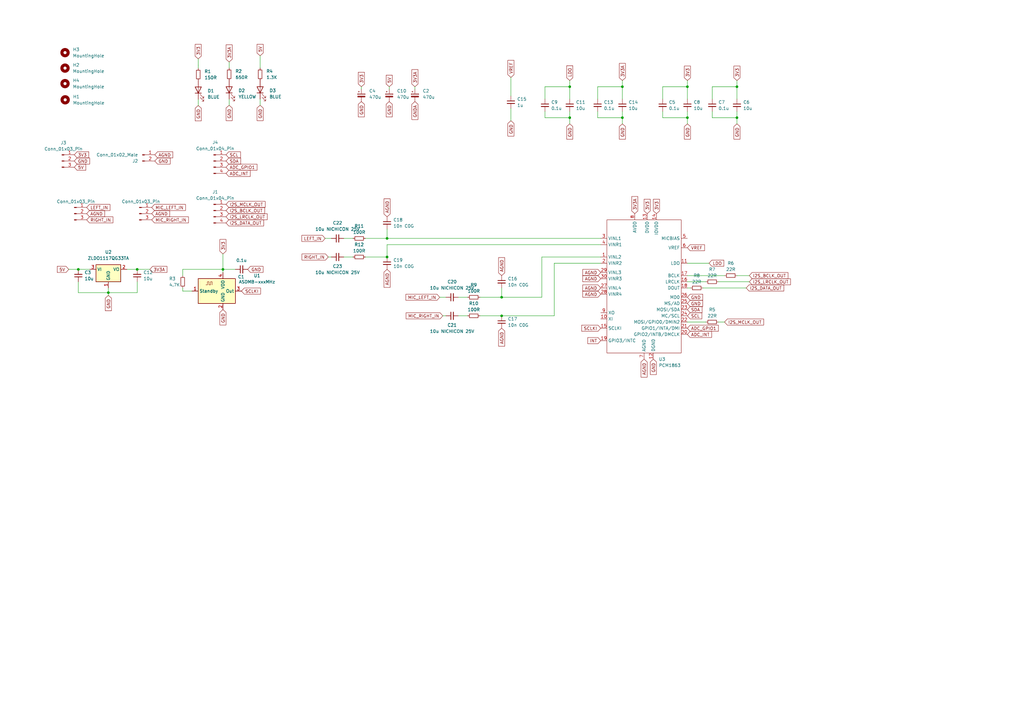
<source format=kicad_sch>
(kicad_sch (version 20231120) (generator "eeschema") (generator_version "8.0")
  (paper "A3")
  (lib_symbols
    (symbol "Connector:Conn_01x02_Male" (pin_names (offset 1.016) hide)
      (property "Reference" "J" (at 0 2.54 0))
      (property "Value" "Conn_01x02_Male" (at 0 -5.08 0))
      (symbol "Conn_01x02_Male_1_1"
        (polyline (pts (xy 1.27 -2.54) (xy 0.8636 -2.54)) (stroke (width 0.1524)))
        (polyline (pts (xy 1.27 0) (xy 0.8636 0)) (stroke (width 0.1524)))
        (rectangle (start 0.8636 -2.413) (end 0 -2.667) (stroke (width 0.1524)) (fill (type outline)))
        (rectangle (start 0.8636 0.127) (end 0 -0.127) (stroke (width 0.1524)) (fill (type outline)))
        (pin passive line (at 5.08 0 180) (length 3.81) (name "Pin_1") (number "1"))
        (pin passive line (at 5.08 -2.54 180) (length 3.81) (name "Pin_2") (number "2"))
      )
    )
    (symbol "Connector:Conn_01x03_Pin" (pin_names (offset 1.016) hide)
      (property "Reference" "J" (at 0 5.08 0))
      (property "Value" "Conn_01x03_Pin" (at 0 -5.08 0))
      (symbol "Conn_01x03_Pin_1_1"
        (polyline (pts (xy 1.27 -2.54) (xy 0.8636 -2.54)) (stroke (width 0.1524)))
        (polyline (pts (xy 1.27 0) (xy 0.8636 0)) (stroke (width 0.1524)))
        (polyline (pts (xy 1.27 2.54) (xy 0.8636 2.54)) (stroke (width 0.1524)))
        (rectangle (start 0.8636 -2.413) (end 0 -2.667) (stroke (width 0.1524)) (fill (type outline)))
        (rectangle (start 0.8636 0.127) (end 0 -0.127) (stroke (width 0.1524)) (fill (type outline)))
        (rectangle (start 0.8636 2.667) (end 0 2.413) (stroke (width 0.1524)) (fill (type outline)))
        (pin passive line (at 5.08 2.54 180) (length 3.81) (name "Pin_1") (number "1"))
        (pin passive line (at 5.08 0 180) (length 3.81) (name "Pin_2") (number "2"))
        (pin passive line (at 5.08 -2.54 180) (length 3.81) (name "Pin_3") (number "3"))
      )
    )
    (symbol "Connector:Conn_01x04_Pin" (pin_names (offset 1.016) hide)
      (property "Reference" "J" (at 0 5.08 0))
      (property "Value" "Conn_01x04_Pin" (at 0 -7.62 0))
      (symbol "Conn_01x04_Pin_1_1"
        (polyline (pts (xy 1.27 -5.08) (xy 0.8636 -5.08)) (stroke (width 0.1524)))
        (polyline (pts (xy 1.27 -2.54) (xy 0.8636 -2.54)) (stroke (width 0.1524)))
        (polyline (pts (xy 1.27 0) (xy 0.8636 0)) (stroke (width 0.1524)))
        (polyline (pts (xy 1.27 2.54) (xy 0.8636 2.54)) (stroke (width 0.1524)))
        (rectangle (start 0.8636 -4.953) (end 0 -5.207) (stroke (width 0.1524)) (fill (type outline)))
        (rectangle (start 0.8636 -2.413) (end 0 -2.667) (stroke (width 0.1524)) (fill (type outline)))
        (rectangle (start 0.8636 0.127) (end 0 -0.127) (stroke (width 0.1524)) (fill (type outline)))
        (rectangle (start 0.8636 2.667) (end 0 2.413) (stroke (width 0.1524)) (fill (type outline)))
        (pin passive line (at 5.08 2.54 180) (length 3.81) (name "Pin_1") (number "1"))
        (pin passive line (at 5.08 0 180) (length 3.81) (name "Pin_2") (number "2"))
        (pin passive line (at 5.08 -2.54 180) (length 3.81) (name "Pin_3") (number "3"))
        (pin passive line (at 5.08 -5.08 180) (length 3.81) (name "Pin_4") (number "4"))
      )
    )
    (symbol "Custom:PCM1863"
      (property "Reference" "U" (at 0 0 0))
      (property "Value" "PCM1863" (at 0.254 2.794 0))
      (symbol "PCM1863_0_1"
        (rectangle (start -17.78 67.31) (end 12.7 12.7))
      )
      (symbol "PCM1863_1_1"
        (pin input line (at -20.32 52.07 0) (length 2.54) (name "VINL2") (number "1"))
        (pin input line (at -20.32 26.67 0) (length 2.54) (name "XI") (number "10"))
        (pin input line (at 15.24 49.53 180) (length 2.54) (name "LDO") (number "11"))
        (pin input line (at 1.27 10.16 90) (length 2.54) (name "DGND") (number "12"))
        (pin input line (at -1.27 69.85 270) (length 2.54) (name "DVDD") (number "13"))
        (pin input line (at 2.54 69.85 270) (length 2.54) (name "IOVDD") (number "14"))
        (pin input line (at -20.32 22.86 0) (length 2.54) (name "SCLKI") (number "15"))
        (pin input line (at 15.24 41.91 180) (length 2.54) (name "LRCLK") (number "16"))
        (pin input line (at 15.24 44.45 180) (length 2.54) (name "BCLK") (number "17"))
        (pin input line (at 15.24 39.37 180) (length 2.54) (name "DOUT") (number "18"))
        (pin input line (at -20.32 17.78 0) (length 2.54) (name "GPIO3/INTC") (number "19"))
        (pin input line (at -20.32 49.53 0) (length 2.54) (name "VINR2") (number "2"))
        (pin input line (at 15.24 20.32 180) (length 2.54) (name "GPIO2/INTB/DMCLK") (number "20"))
        (pin input line (at 15.24 22.86 180) (length 2.54) (name "GPIO1/INTA/DMI") (number "21"))
        (pin input line (at 15.24 25.4 180) (length 2.54) (name "MOSI/GPIO0/DMIN2") (number "22"))
        (pin input line (at 15.24 30.48 180) (length 2.54) (name "MOSI/SDA") (number "23"))
        (pin input line (at 15.24 27.94 180) (length 2.54) (name "MC/SCL") (number "24"))
        (pin input line (at 15.24 33.02 180) (length 2.54) (name "MS/AD") (number "25"))
        (pin input line (at 15.24 35.56 180) (length 2.54) (name "MD0") (number "26"))
        (pin input line (at -20.32 39.37 0) (length 2.54) (name "VINL4") (number "27"))
        (pin input line (at -20.32 36.83 0) (length 2.54) (name "VINR4") (number "28"))
        (pin input line (at -20.32 45.72 0) (length 2.54) (name "VINL3") (number "29"))
        (pin input line (at -20.32 59.69 0) (length 2.54) (name "VINL1") (number "3"))
        (pin input line (at -20.32 43.18 0) (length 2.54) (name "VINR3") (number "30"))
        (pin input line (at -20.32 57.15 0) (length 2.54) (name "VINR1") (number "4"))
        (pin input line (at 15.24 59.69 180) (length 2.54) (name "MICBIAS") (number "5"))
        (pin input line (at 15.24 55.88 180) (length 2.54) (name "VREF") (number "6"))
        (pin input line (at -2.54 10.16 90) (length 2.54) (name "AGND") (number "7"))
        (pin input line (at -6.35 69.85 270) (length 2.54) (name "AVDD") (number "8"))
        (pin input line (at -20.32 29.21 0) (length 2.54) (name "XO") (number "9"))
      )
    )
    (symbol "Device:C_Polarized_Small" (pin_numbers hide) (pin_names (offset 0.254) hide)
      (property "Reference" "C" (at 0.254 1.778 0))
      (property "Value" "C_Polarized_Small" (at 0.254 -2.032 0))
      (symbol "C_Polarized_Small_0_1"
        (rectangle (start -1.524 -0.3048) (end 1.524 -0.6858) (fill (type outline)))
        (rectangle (start -1.524 0.6858) (end 1.524 0.3048))
        (polyline (pts (xy -1.27 1.524) (xy -0.762 1.524)))
        (polyline (pts (xy -1.016 1.27) (xy -1.016 1.778)))
      )
      (symbol "C_Polarized_Small_1_1"
        (pin passive line (at 0 2.54 270) (length 1.8542) (name "~") (number "1"))
        (pin passive line (at 0 -2.54 90) (length 1.8542) (name "~") (number "2"))
      )
    )
    (symbol "Device:C_Small" (pin_numbers hide) (pin_names (offset 0.254) hide)
      (property "Reference" "C" (at 0.254 1.778 0))
      (property "Value" "C_Small" (at 0.254 -2.032 0))
      (symbol "C_Small_0_1"
        (polyline (pts (xy -1.524 -0.508) (xy 1.524 -0.508)) (stroke (width 0.3302)))
        (polyline (pts (xy -1.524 0.508) (xy 1.524 0.508)) (stroke (width 0.3048)))
      )
      (symbol "C_Small_1_1"
        (pin passive line (at 0 2.54 270) (length 2.032) (name "~") (number "1"))
        (pin passive line (at 0 -2.54 90) (length 2.032) (name "~") (number "2"))
      )
    )
    (symbol "Device:LED" (pin_numbers hide) (pin_names (offset 1.016) hide)
      (property "Reference" "D" (at 0 2.54 0))
      (property "Value" "LED" (at 0 -2.54 0))
      (symbol "LED_0_1"
        (polyline (pts (xy -1.27 -1.27) (xy -1.27 1.27)) (stroke (width 0.254)))
        (polyline (pts (xy -1.27 0) (xy 1.27 0)))
        (polyline (pts (xy 1.27 -1.27) (xy 1.27 1.27) (xy -1.27 0) (xy 1.27 -1.27)) (stroke (width 0.254)))
        (polyline (pts (xy -3.048 -0.762) (xy -4.572 -2.286) (xy -3.81 -2.286) (xy -4.572 -2.286) (xy -4.572 -1.524)))
        (polyline (pts (xy -1.778 -0.762) (xy -3.302 -2.286) (xy -2.54 -2.286) (xy -3.302 -2.286) (xy -3.302 -1.524)))
      )
      (symbol "LED_1_1"
        (pin passive line (at -3.81 0 0) (length 2.54) (name "K") (number "1"))
        (pin passive line (at 3.81 0 180) (length 2.54) (name "A") (number "2"))
      )
    )
    (symbol "Device:R_Small" (pin_numbers hide) (pin_names (offset 0.254) hide)
      (property "Reference" "R" (at 0.762 0.508 0))
      (property "Value" "R_Small" (at 0.762 -1.016 0))
      (symbol "R_Small_0_1"
        (rectangle (start -0.762 1.778) (end 0.762 -1.778) (stroke (width 0.2032)))
      )
      (symbol "R_Small_1_1"
        (pin passive line (at 0 2.54 270) (length 0.762) (name "~") (number "1"))
        (pin passive line (at 0 -2.54 90) (length 0.762) (name "~") (number "2"))
      )
    )
    (symbol "Mechanical:MountingHole" (pin_names (offset 1.016))
      (property "Reference" "H" (at 0 5.08 0))
      (property "Value" "MountingHole" (at 0 3.175 0))
      (symbol "MountingHole_0_1"
        (circle (center 0 0) (radius 1.27) (stroke (width 1.27)))
      )
    )
    (symbol "Oscillator:ASDMB-xxxMHz"
      (property "Reference" "U" (at -6.35 6.35 0))
      (property "Value" "ASDMB-xxxMHz" (at 11.43 6.35 0))
      (symbol "ASDMB-xxxMHz_1_1"
        (rectangle (start -7.62 5.08) (end 7.62 -5.08) (stroke (width 0.254)) (fill (type background)))
        (polyline (pts (xy -4.445 2.54) (xy -3.81 2.54) (xy -3.81 3.81) (xy -3.175 3.81) (xy -3.175 2.54) (xy -2.54 2.54) (xy -2.54 3.81) (xy -1.905 3.81) (xy -1.905 2.54)))
        (pin input line (at -10.16 0 0) (length 2.54) (name "Standby") (number "1"))
        (pin power_in line (at 2.54 -7.62 90) (length 2.54) (name "GND") (number "2"))
        (pin output line (at 10.16 0 180) (length 2.54) (name "Out") (number "3"))
        (pin power_in line (at 2.54 7.62 270) (length 2.54) (name "VDD") (number "4"))
      )
    )
    (symbol "Regulator_Linear:AMS1117-3.3"
      (property "Reference" "U" (at -3.81 3.175 0))
      (property "Value" "AMS1117-3.3" (at 0 3.175 0))
      (symbol "AMS1117-3.3_0_1"
        (rectangle (start -5.08 -5.08) (end 5.08 1.905) (stroke (width 0.254)) (fill (type background)))
      )
      (symbol "AMS1117-3.3_1_1"
        (pin power_in line (at 0 -7.62 90) (length 2.54) (name "GND") (number "1"))
        (pin power_out line (at 7.62 0 180) (length 2.54) (name "VO") (number "2"))
        (pin power_in line (at -7.62 0 0) (length 2.54) (name "VI") (number "3"))
      )
    )
  )
  (junction (at 302.26 48.26))
  (junction (at 56.261 110.49))
  (junction (at 255.27 48.26))
  (junction (at 281.94 35.56))
  (junction (at 255.27 35.56))
  (junction (at 44.45 120.015))
  (junction (at 158.75 105.41))
  (junction (at 205.74 129.54))
  (junction (at 32.131 110.49))
  (junction (at 205.74 121.92))
  (junction (at 91.44 110.49))
  (junction (at 233.68 35.56))
  (junction (at 281.94 48.26))
  (junction (at 302.26 35.56))
  (junction (at 158.75 97.79))
  (junction (at 233.68 48.26))
  (wire (pts (xy 133.35 97.79) (xy 135.89 97.79)))
  (wire (pts (xy 302.26 40.64) (xy 302.26 35.56)))
  (wire (pts (xy 271.78 48.26) (xy 281.94 48.26)))
  (wire (pts (xy 271.78 35.56) (xy 271.78 40.64)))
  (wire (pts (xy 134.62 105.41) (xy 135.89 105.41)))
  (wire (pts (xy 187.96 121.92) (xy 191.77 121.92)))
  (wire (pts (xy 56.261 115.57) (xy 56.261 120.015)))
  (wire (pts (xy 246.38 107.95) (xy 227.33 107.95)))
  (wire (pts (xy 233.68 35.56) (xy 223.52 35.56)))
  (wire (pts (xy 281.94 35.56) (xy 271.78 35.56)))
  (wire (pts (xy 81.3088 43.2766) (xy 81.3088 40.7366)))
  (wire (pts (xy 223.52 45.72) (xy 223.52 48.26)))
  (wire (pts (xy 255.27 50.8) (xy 255.27 48.26)))
  (wire (pts (xy 44.45 120.015) (xy 44.45 118.11)))
  (wire (pts (xy 205.74 118.11) (xy 205.74 121.92)))
  (wire (pts (xy 91.44 104.14) (xy 91.44 110.49)))
  (wire (pts (xy 209.55 44.45) (xy 209.55 49.53)))
  (wire (pts (xy 56.261 110.49) (xy 61.468 110.49)))
  (wire (pts (xy 290.83 107.95) (xy 281.94 107.95)))
  (wire (pts (xy 56.261 120.015) (xy 44.45 120.015)))
  (wire (pts (xy 158.75 97.79) (xy 246.38 97.79)))
  (wire (pts (xy 222.25 121.92) (xy 205.74 121.92)))
  (wire (pts (xy 281.94 113.03) (xy 297.18 113.03)))
  (wire (pts (xy 292.1 48.26) (xy 302.26 48.26)))
  (wire (pts (xy 81.28 24.13) (xy 81.28 26.7666)))
  (wire (pts (xy 246.38 105.41) (xy 222.25 105.41)))
  (wire (pts (xy 255.27 40.64) (xy 255.27 35.56)))
  (wire (pts (xy 74.93 110.49) (xy 91.44 110.49)))
  (wire (pts (xy 74.93 119.38) (xy 78.74 119.38)))
  (wire (pts (xy 187.96 129.54) (xy 191.77 129.54)))
  (wire (pts (xy 292.1 35.56) (xy 292.1 40.64)))
  (wire (pts (xy 302.26 35.56) (xy 302.26 33.02)))
  (wire (pts (xy 281.94 50.8) (xy 281.94 48.26)))
  (wire (pts (xy 281.94 48.26) (xy 281.94 45.72)))
  (wire (pts (xy 106.68 22.86) (xy 106.68 27.94)))
  (wire (pts (xy 294.64 115.57) (xy 307.34 115.57)))
  (wire (pts (xy 44.45 121.158) (xy 44.45 120.015)))
  (wire (pts (xy 255.27 35.56) (xy 245.11 35.56)))
  (wire (pts (xy 209.55 31.75) (xy 209.55 39.37)))
  (wire (pts (xy 292.1 45.72) (xy 292.1 48.26)))
  (wire (pts (xy 302.26 35.56) (xy 292.1 35.56)))
  (wire (pts (xy 281.94 115.57) (xy 289.56 115.57)))
  (wire (pts (xy 170.18 35.56) (xy 170.18 36.576)))
  (wire (pts (xy 93.98 43.18) (xy 93.98 40.64)))
  (wire (pts (xy 32.131 120.015) (xy 44.45 120.015)))
  (wire (pts (xy 148.209 35.56) (xy 148.209 36.576)))
  (wire (pts (xy 140.97 105.41) (xy 144.78 105.41)))
  (wire (pts (xy 223.52 35.56) (xy 223.52 40.64)))
  (wire (pts (xy 149.86 105.41) (xy 158.75 105.41)))
  (wire (pts (xy 140.97 97.79) (xy 144.78 97.79)))
  (wire (pts (xy 233.68 40.64) (xy 233.68 35.56)))
  (wire (pts (xy 271.78 45.72) (xy 271.78 48.26)))
  (wire (pts (xy 233.68 50.8) (xy 233.68 48.26)))
  (wire (pts (xy 245.11 35.56) (xy 245.11 40.64)))
  (wire (pts (xy 281.94 40.64) (xy 281.94 35.56)))
  (wire (pts (xy 294.64 132.08) (xy 297.18 132.08)))
  (wire (pts (xy 233.68 48.26) (xy 233.68 45.72)))
  (wire (pts (xy 32.131 115.57) (xy 32.131 120.015)))
  (wire (pts (xy 302.26 113.03) (xy 307.34 113.03)))
  (wire (pts (xy 32.131 110.49) (xy 36.83 110.49)))
  (wire (pts (xy 181.61 129.54) (xy 182.88 129.54)))
  (wire (pts (xy 91.44 110.49) (xy 91.44 111.76)))
  (wire (pts (xy 306.07 118.11) (xy 288.29 118.11)))
  (wire (pts (xy 205.74 129.54) (xy 227.33 129.54)))
  (wire (pts (xy 74.93 110.49) (xy 74.93 113.03)))
  (wire (pts (xy 93.98 25.4) (xy 93.98 27.94)))
  (wire (pts (xy 196.85 129.54) (xy 205.74 129.54)))
  (wire (pts (xy 255.27 48.26) (xy 255.27 45.72)))
  (wire (pts (xy 196.85 121.92) (xy 205.74 121.92)))
  (wire (pts (xy 302.26 48.26) (xy 302.26 45.72)))
  (wire (pts (xy 159.639 35.56) (xy 159.639 36.576)))
  (wire (pts (xy 227.33 107.95) (xy 227.33 129.54)))
  (wire (pts (xy 223.52 48.26) (xy 233.68 48.26)))
  (wire (pts (xy 158.75 100.33) (xy 246.38 100.33)))
  (wire (pts (xy 158.75 100.33) (xy 158.75 105.41)))
  (wire (pts (xy 56.261 110.49) (xy 52.07 110.49)))
  (wire (pts (xy 222.25 105.41) (xy 222.25 121.92)))
  (wire (pts (xy 283.21 118.11) (xy 281.94 118.11)))
  (wire (pts (xy 302.26 50.8) (xy 302.26 48.26)))
  (wire (pts (xy 245.11 45.72) (xy 245.11 48.26)))
  (wire (pts (xy 28.194 110.49) (xy 32.131 110.49)))
  (wire (pts (xy 255.27 35.56) (xy 255.27 33.02)))
  (wire (pts (xy 233.68 35.56) (xy 233.68 33.02)))
  (wire (pts (xy 74.93 118.11) (xy 74.93 119.38)))
  (wire (pts (xy 106.68 43.18) (xy 106.68 40.64)))
  (wire (pts (xy 281.94 35.56) (xy 281.94 33.02)))
  (wire (pts (xy 245.11 48.26) (xy 255.27 48.26)))
  (wire (pts (xy 96.52 110.49) (xy 91.44 110.49)))
  (wire (pts (xy 158.75 93.98) (xy 158.75 97.79)))
  (wire (pts (xy 81.3088 26.7666) (xy 81.3088 28.0366)))
  (wire (pts (xy 81.28 26.7666) (xy 81.3088 26.7666)))
  (wire (pts (xy 149.86 97.79) (xy 158.75 97.79)))
  (wire (pts (xy 281.94 132.08) (xy 289.56 132.08)))
  (wire (pts (xy 180.34 121.92) (xy 182.88 121.92)))
  (global_label "3V3A" (shape input) (at 255.27 33.02 90) (property "Intersheetrefs" "${INTERSHEET_REFS}" (effects (hide yes))))
  (global_label "VREF" (shape input) (at 209.55 31.75 90) (property "Intersheetrefs" "${INTERSHEET_REFS}" (effects (hide yes))))
  (global_label "LEFT_IN" (shape input) (at 35.56 85.09 0) (property "Intersheetrefs" "${INTERSHEET_REFS}" (effects (hide yes))))
  (global_label "AGND" (shape input) (at 205.74 113.03 90) (property "Intersheetrefs" "${INTERSHEET_REFS}" (effects (hide yes))))
  (global_label "SDA" (shape input) (at 281.94 127 0) (property "Intersheetrefs" "${INTERSHEET_REFS}" (effects (hide yes))))
  (global_label "RIGHT_IN" (shape input) (at 35.56 90.17 0) (property "Intersheetrefs" "${INTERSHEET_REFS}" (effects (hide yes))))
  (global_label "3V3" (shape input) (at 30.48 63.5 0) (property "Intersheetrefs" "${INTERSHEET_REFS}" (effects (hide yes))))
  (global_label "3V3" (shape input) (at 281.94 33.02 90) (property "Intersheetrefs" "${INTERSHEET_REFS}" (effects (hide yes))))
  (global_label "GND" (shape input) (at 81.3088 43.2766 270) (property "Intersheetrefs" "${INTERSHEET_REFS}" (effects (hide yes))))
  (global_label "AGND" (shape input) (at 158.75 110.49 270) (property "Intersheetrefs" "${INTERSHEET_REFS}" (effects (hide yes))))
  (global_label "SCL" (shape input) (at 281.94 129.54 0) (property "Intersheetrefs" "${INTERSHEET_REFS}" (effects (hide yes))))
  (global_label "3V3A" (shape input) (at 93.98 25.4 90) (property "Intersheetrefs" "${INTERSHEET_REFS}" (effects (hide yes))))
  (global_label "AGND" (shape input) (at 246.38 120.65 180) (property "Intersheetrefs" "${INTERSHEET_REFS}" (effects (hide yes))))
  (global_label "GND" (shape input) (at 281.94 50.8 270) (property "Intersheetrefs" "${INTERSHEET_REFS}" (effects (hide yes))))
  (global_label "A0" (shape input) (at 218.44 -137.16 180) (property "Intersheetrefs" "${INTERSHEET_REFS}" (effects (hide yes))))
  (global_label "AGND" (shape input) (at 158.75 88.9 90) (property "Intersheetrefs" "${INTERSHEET_REFS}" (effects (hide yes))))
  (global_label "GND" (shape input) (at 91.44 127 270) (property "Intersheetrefs" "${INTERSHEET_REFS}" (effects (hide yes))))
  (global_label "I2S_BCLK_OUT" (shape input) (at 92.71 86.36 0) (property "Intersheetrefs" "${INTERSHEET_REFS}" (effects (hide yes))))
  (global_label "GND" (shape input) (at 233.68 50.8 270) (property "Intersheetrefs" "${INTERSHEET_REFS}" (effects (hide yes))))
  (global_label "GND" (shape input) (at 255.27 50.8 270) (property "Intersheetrefs" "${INTERSHEET_REFS}" (effects (hide yes))))
  (global_label "I2S_MCLK_OUT" (shape input) (at 297.18 132.08 0) (property "Intersheetrefs" "${INTERSHEET_REFS}" (effects (hide yes))))
  (global_label "I2S_DATA_OUT" (shape input) (at 306.07 118.11 0) (property "Intersheetrefs" "${INTERSHEET_REFS}" (effects (hide yes))))
  (global_label "MIC_RIGHT_IN" (shape input) (at 62.23 90.17 0) (property "Intersheetrefs" "${INTERSHEET_REFS}" (effects (hide yes))))
  (global_label "INT" (shape input) (at 246.38 139.7 180) (property "Intersheetrefs" "${INTERSHEET_REFS}" (effects (hide yes))))
  (global_label "SDA" (shape input) (at 92.71 66.04 0) (property "Intersheetrefs" "${INTERSHEET_REFS}" (effects (hide yes))))
  (global_label "AGND" (shape input) (at 63.5 63.5 0) (property "Intersheetrefs" "${INTERSHEET_REFS}" (effects (hide yes))))
  (global_label "GND" (shape input) (at 302.26 50.8 270) (property "Intersheetrefs" "${INTERSHEET_REFS}" (effects (hide yes))))
  (global_label "5V" (shape input) (at 159.639 35.56 90) (property "Intersheetrefs" "${INTERSHEET_REFS}" (effects (hide yes))))
  (global_label "AGND" (shape input) (at 246.38 118.11 180) (property "Intersheetrefs" "${INTERSHEET_REFS}" (effects (hide yes))))
  (global_label "GND" (shape input) (at 281.94 124.46 0) (property "Intersheetrefs" "${INTERSHEET_REFS}" (effects (hide yes))))
  (global_label "3V3" (shape input) (at 148.209 35.56 90) (property "Intersheetrefs" "${INTERSHEET_REFS}" (effects (hide yes))))
  (global_label "AGND" (shape input) (at 264.16 147.32 270) (property "Intersheetrefs" "${INTERSHEET_REFS}" (effects (hide yes))))
  (global_label "SCLKI" (shape input) (at 99.06 119.38 0) (property "Intersheetrefs" "${INTERSHEET_REFS}" (effects (hide yes))))
  (global_label "SCLKI" (shape input) (at 246.38 134.62 180) (property "Intersheetrefs" "${INTERSHEET_REFS}" (effects (hide yes))))
  (global_label "3V3" (shape input) (at 269.24 87.63 90) (property "Intersheetrefs" "${INTERSHEET_REFS}" (effects (hide yes))))
  (global_label "AGND" (shape input) (at 205.74 134.62 270) (property "Intersheetrefs" "${INTERSHEET_REFS}" (effects (hide yes))))
  (global_label "RIGHT_IN" (shape input) (at 134.62 105.41 180) (property "Intersheetrefs" "${INTERSHEET_REFS}" (effects (hide yes))))
  (global_label "3V3A" (shape input) (at 61.468 110.49 0) (property "Intersheetrefs" "${INTERSHEET_REFS}" (effects (hide yes))))
  (global_label "3V3" (shape input) (at 265.43 87.63 90) (property "Intersheetrefs" "${INTERSHEET_REFS}" (effects (hide yes))))
  (global_label "3V3" (shape input) (at 81.28 24.13 90) (property "Intersheetrefs" "${INTERSHEET_REFS}" (effects (hide yes))))
  (global_label "GND" (shape input) (at 209.55 49.53 270) (property "Intersheetrefs" "${INTERSHEET_REFS}" (effects (hide yes))))
  (global_label "5V" (shape input) (at 30.48 68.58 0) (property "Intersheetrefs" "${INTERSHEET_REFS}" (effects (hide yes))))
  (global_label "GND" (shape input) (at 101.6 110.49 0) (property "Intersheetrefs" "${INTERSHEET_REFS}" (effects (hide yes))))
  (global_label "ADC_INT" (shape input) (at 92.71 71.12 0) (property "Intersheetrefs" "${INTERSHEET_REFS}" (effects (hide yes))))
  (global_label "I2S_DATA_OUT" (shape input) (at 92.71 91.44 0) (property "Intersheetrefs" "${INTERSHEET_REFS}" (effects (hide yes))))
  (global_label "I2S_LRCLK_OUT" (shape input) (at 307.34 115.57 0) (property "Intersheetrefs" "${INTERSHEET_REFS}" (effects (hide yes))))
  (global_label "LDO" (shape input) (at 290.83 107.95 0) (property "Intersheetrefs" "${INTERSHEET_REFS}" (effects (hide yes))))
  (global_label "GND" (shape input) (at 106.68 43.18 270) (property "Intersheetrefs" "${INTERSHEET_REFS}" (effects (hide yes))))
  (global_label "AGND" (shape input) (at 62.23 87.63 0) (property "Intersheetrefs" "${INTERSHEET_REFS}" (effects (hide yes))))
  (global_label "SCL" (shape input) (at 92.71 63.5 0) (property "Intersheetrefs" "${INTERSHEET_REFS}" (effects (hide yes))))
  (global_label "I2S_MCLK_OUT" (shape input) (at 92.71 83.82 0) (property "Intersheetrefs" "${INTERSHEET_REFS}" (effects (hide yes))))
  (global_label "3V3" (shape input) (at 91.44 104.14 90) (property "Intersheetrefs" "${INTERSHEET_REFS}" (effects (hide yes))))
  (global_label "LEFT_IN" (shape input) (at 133.35 97.79 180) (property "Intersheetrefs" "${INTERSHEET_REFS}" (effects (hide yes))))
  (global_label "GND" (shape input) (at 159.639 41.656 270) (property "Intersheetrefs" "${INTERSHEET_REFS}" (effects (hide yes))))
  (global_label "GND" (shape input) (at 148.209 41.656 270) (property "Intersheetrefs" "${INTERSHEET_REFS}" (effects (hide yes))))
  (global_label "3V3A" (shape input) (at 170.18 35.56 90) (property "Intersheetrefs" "${INTERSHEET_REFS}" (effects (hide yes))))
  (global_label "GND" (shape input) (at 30.48 66.04 0) (property "Intersheetrefs" "${INTERSHEET_REFS}" (effects (hide yes))))
  (global_label "AGND" (shape input) (at 246.38 111.76 180) (property "Intersheetrefs" "${INTERSHEET_REFS}" (effects (hide yes))))
  (global_label "GND" (shape input) (at 44.45 121.158 270) (property "Intersheetrefs" "${INTERSHEET_REFS}" (effects (hide yes))))
  (global_label "MIC_RIGHT_IN" (shape input) (at 181.61 129.54 180) (property "Intersheetrefs" "${INTERSHEET_REFS}" (effects (hide yes))))
  (global_label "MIC_LEFT_IN" (shape input) (at 62.23 85.09 0) (property "Intersheetrefs" "${INTERSHEET_REFS}" (effects (hide yes))))
  (global_label "ADC_GPIO1" (shape input) (at 92.71 68.58 0) (property "Intersheetrefs" "${INTERSHEET_REFS}" (effects (hide yes))))
  (global_label "I2S_LRCLK_OUT" (shape input) (at 92.71 88.9 0) (property "Intersheetrefs" "${INTERSHEET_REFS}" (effects (hide yes))))
  (global_label "5V" (shape input) (at 106.68 22.86 90) (property "Intersheetrefs" "${INTERSHEET_REFS}" (effects (hide yes))))
  (global_label "GND" (shape input) (at 93.98 43.18 270) (property "Intersheetrefs" "${INTERSHEET_REFS}" (effects (hide yes))))
  (global_label "3V3" (shape input) (at 302.26 33.02 90) (property "Intersheetrefs" "${INTERSHEET_REFS}" (effects (hide yes))))
  (global_label "ADC_GPIO1" (shape input) (at 281.94 134.62 0) (property "Intersheetrefs" "${INTERSHEET_REFS}" (effects (hide yes))))
  (global_label "GND" (shape input) (at 281.94 121.92 0) (property "Intersheetrefs" "${INTERSHEET_REFS}" (effects (hide yes))))
  (global_label "5V" (shape input) (at 28.194 110.49 180) (property "Intersheetrefs" "${INTERSHEET_REFS}" (effects (hide yes))))
  (global_label "GNDA" (shape input) (at 170.18 41.656 270) (property "Intersheetrefs" "${INTERSHEET_REFS}" (effects (hide yes))))
  (global_label "VREF" (shape input) (at 281.94 101.6 0) (property "Intersheetrefs" "${INTERSHEET_REFS}" (effects (hide yes))))
  (global_label "GND" (shape input) (at 267.97 147.32 270) (property "Intersheetrefs" "${INTERSHEET_REFS}" (effects (hide yes))))
  (global_label "MIC_LEFT_IN" (shape input) (at 180.34 121.92 180) (property "Intersheetrefs" "${INTERSHEET_REFS}" (effects (hide yes))))
  (global_label "3V3A" (shape input) (at 260.35 87.63 90) (property "Intersheetrefs" "${INTERSHEET_REFS}" (effects (hide yes))))
  (global_label "I2S_BCLK_OUT" (shape input) (at 307.34 113.03 0) (property "Intersheetrefs" "${INTERSHEET_REFS}" (effects (hide yes))))
  (global_label "AGND" (shape input) (at 246.38 114.3 180) (property "Intersheetrefs" "${INTERSHEET_REFS}" (effects (hide yes))))
  (global_label "GND" (shape input) (at 63.5 66.04 0) (property "Intersheetrefs" "${INTERSHEET_REFS}" (effects (hide yes))))
  (global_label "AGND" (shape input) (at 35.56 87.63 0) (property "Intersheetrefs" "${INTERSHEET_REFS}" (effects (hide yes))))
  (global_label "ADC_INT" (shape input) (at 281.94 137.16 0) (property "Intersheetrefs" "${INTERSHEET_REFS}" (effects (hide yes))))
  (global_label "LDO" (shape input) (at 233.68 33.02 90) (property "Intersheetrefs" "${INTERSHEET_REFS}" (effects (hide yes))))
  (symbol (lib_id "Device:C_Small") (at 255.27 43.18 0) (unit 1)
    (property "Reference" "C14" (at 257.81 41.9162 0) (effects (justify left)))
    (property "Value" "10u" (at 257.81 44.4562 0) (effects (justify left)))
    (property "Footprint" "Capacitor_SMD:C_1206_3216Metric_Pad1.33x1.80mm_HandSolder" (effects (hide yes)))
    (property "Description" "Unpolarized capacitor, small symbol" (effects (hide yes)))
  )
  (symbol (lib_id "Device:R_Small") (at 299.72 113.03 90) (unit 1)
    (property "Reference" "R6" (at 299.72 107.95 90))
    (property "Value" "22R" (at 299.72 110.49 90))
    (property "Footprint" "Resistor_SMD:R_0805_2012Metric_Pad1.20x1.40mm_HandSolder" (effects (hide yes)))
    (property "Description" "Resistor, small symbol" (effects (hide yes)))
    (property "Mouser" "603-RT0805FRE0722RL" (effects (hide yes)))
  )
  (symbol (lib_id "Device:C_Small") (at 158.75 91.44 0) (unit 1)
    (property "Reference" "C18" (at 161.29 90.1762 0) (effects (justify left)))
    (property "Value" "10n C0G" (at 161.29 92.7162 0) (effects (justify left)))
    (property "Footprint" "Capacitor_SMD:C_0805_2012Metric_Pad1.18x1.45mm_HandSolder" (effects (hide yes)))
    (property "Description" "Unpolarized capacitor, small symbol" (effects (hide yes)))
    (property "Mouser" "791-0805N103G250CT" (effects (hide yes)))
  )
  (symbol (lib_id "Device:R_Small") (at 292.1 115.57 90) (unit 1)
    (property "Reference" "R7" (at 292.1 110.49 90))
    (property "Value" "22R" (at 292.1 113.03 90))
    (property "Footprint" "Resistor_SMD:R_0805_2012Metric_Pad1.20x1.40mm_HandSolder" (effects (hide yes)))
    (property "Description" "Resistor, small symbol" (effects (hide yes)))
    (property "Mouser" "603-RT0805FRE0722RL" (effects (hide yes)))
  )
  (symbol (lib_id "Connector:Conn_01x02_Male") (at 58.42 63.5 0) (unit 1)
    (property "Reference" "J2" (at 56.642 66.0401 0) (effects (justify right)))
    (property "Value" "Conn_01x02_Male" (at 56.642 63.5001 0) (effects (justify right)))
    (property "Footprint" "Connector_PinHeader_2.54mm:PinHeader_1x02_P2.54mm_Vertical" (effects (hide yes)))
  )
  (symbol (lib_id "Device:R_Small") (at 74.93 115.57 0) (unit 1)
    (property "Reference" "R3" (at 69.342 114.3 0) (effects (justify left)))
    (property "Value" "4.7K" (at 69.342 116.84 0) (effects (justify left)))
    (property "Footprint" "Resistor_SMD:R_0603_1608Metric_Pad0.98x0.95mm_HandSolder" (effects (hide yes)))
    (property "Description" "Resistor, small symbol" (effects (hide yes)))
    (property "Mouser" "603-RT0805FRE0722RL" (effects (hide yes)))
  )
  (symbol (lib_id "Device:C_Polarized_Small") (at 159.639 39.116 0) (unit 1)
    (property "Reference" "C10" (at 162.814 37.2999 0) (effects (justify left)))
    (property "Value" "470u" (at 162.814 39.8399 0) (effects (justify left)))
    (property "Footprint" "Capacitor_THT:CP_Radial_D6.3mm_P2.50mm" (effects (hide yes)))
  )
  (symbol (lib_id "Device:R_Small") (at 93.98 30.48 180) (unit 1)
    (property "Reference" "R2" (at 96.52 29.2099 0) (effects (justify right)))
    (property "Value" "650R" (at 96.52 31.7499 0) (effects (justify right)))
    (property "Footprint" "Resistor_SMD:R_0603_1608Metric_Pad0.98x0.95mm_HandSolder" (effects (hide yes)))
    (property "Description" "Resistor, small symbol" (effects (hide yes)))
  )
  (symbol (lib_id "Device:C_Small") (at 205.74 115.57 0) (unit 1)
    (property "Reference" "C16" (at 208.28 114.3062 0) (effects (justify left)))
    (property "Value" "10n C0G" (at 208.28 116.8462 0) (effects (justify left)))
    (property "Footprint" "Capacitor_SMD:C_0805_2012Metric_Pad1.18x1.45mm_HandSolder" (effects (hide yes)))
    (property "Description" "Unpolarized capacitor, small symbol" (effects (hide yes)))
    (property "Mouser" "791-0805N103G250CT" (effects (hide yes)))
  )
  (symbol (lib_id "Device:R_Small") (at 194.31 121.92 90) (unit 1)
    (property "Reference" "R9" (at 194.31 116.84 90))
    (property "Value" "100R" (at 194.31 119.38 90))
    (property "Footprint" "Resistor_SMD:R_0805_2012Metric_Pad1.20x1.40mm_HandSolder" (effects (hide yes)))
    (property "Description" "Resistor, small symbol" (effects (hide yes)))
    (property "Mouser" "603-RT0805FRE13100RL" (effects (hide yes)))
  )
  (symbol (lib_id "Device:R_Small") (at 147.32 105.41 90) (unit 1)
    (property "Reference" "R12" (at 147.32 100.33 90))
    (property "Value" "100R" (at 147.32 102.87 90))
    (property "Footprint" "Resistor_SMD:R_0805_2012Metric_Pad1.20x1.40mm_HandSolder" (effects (hide yes)))
    (property "Description" "Resistor, small symbol" (effects (hide yes)))
    (property "Mouser" "603-RT0805FRE13100RL" (effects (hide yes)))
  )
  (symbol (lib_id "Device:C_Small") (at 32.131 113.03 180) (unit 1)
    (property "Reference" "C3" (at 34.671 111.7536 0) (effects (justify right)))
    (property "Value" "10u" (at 34.671 114.2936 0) (effects (justify right)))
    (property "Footprint" "Capacitor_SMD:C_1206_3216Metric_Pad1.33x1.80mm_HandSolder" (effects (hide yes)))
  )
  (symbol (lib_id "Device:C_Small") (at 158.75 107.95 0) (unit 1)
    (property "Reference" "C19" (at 161.29 106.6862 0) (effects (justify left)))
    (property "Value" "10n C0G" (at 161.29 109.2262 0) (effects (justify left)))
    (property "Footprint" "Capacitor_SMD:C_0805_2012Metric_Pad1.18x1.45mm_HandSolder" (effects (hide yes)))
    (property "Description" "Unpolarized capacitor, small symbol" (effects (hide yes)))
    (property "Mouser" "791-0805N103G250CT" (effects (hide yes)))
  )
  (symbol (lib_id "Oscillator:ASDMB-xxxMHz") (at 88.9 119.38 0) (unit 1)
    (property "Reference" "U1" (at 105.41 113.0614 0))
    (property "Value" "ASDMB-xxxMHz" (at 105.41 115.6014 0))
    (property "Footprint" "Oscillator:Oscillator_SMD_Abracon_ASE-4Pin_3.2x2.5mm" (effects (hide yes)))
    (property "Datasheet" "https://abracon.com/Oscillators/ASDMB.pdf" (effects (hide yes)))
    (property "Description" "1.8-3.3V SMD Ultra Miniature Crystal Clock Oscillator, Abracon" (effects (hide yes)))
    (property "Mouser" "346-3225Z24.5760C1KX " (effects (hide yes)))
  )
  (symbol (lib_id "Device:LED") (at 93.98 36.83 90) (unit 1)
    (property "Reference" "D2" (at 97.79 37.1474 90) (effects (justify right)))
    (property "Value" "YELLOW" (at 97.79 39.6874 90) (effects (justify right)))
    (property "Footprint" "LED_SMD:LED_0603_1608Metric" (effects (hide yes)))
    (property "Description" "Light emitting diode" (effects (hide yes)))
  )
  (symbol (lib_id "Mechanical:MountingHole") (at 26.67 34.29 0) (unit 1)
    (property "Reference" "H4" (at 29.845 33.0199 0) (effects (justify left)))
    (property "Value" "MountingHole" (at 29.845 35.5599 0) (effects (justify left)))
    (property "Footprint" "MountingHole:MountingHole_3.2mm_M3_DIN965_Pad_TopOnly" (effects (hide yes)))
  )
  (symbol (lib_id "Connector:Conn_01x04_Pin") (at 87.63 86.36 0) (unit 1)
    (property "Reference" "J1" (at 88.265 78.74 0))
    (property "Value" "Conn_01x04_Pin" (at 88.265 81.28 0))
    (property "Footprint" "Connector_JST:JST_PH_B4B-PH-K_1x04_P2.00mm_Vertical" (effects (hide yes)))
    (property "Description" "Generic connector, single row, 01x04, script generated" (effects (hide yes)))
  )
  (symbol (lib_id "Device:C_Small") (at 281.94 43.18 0) (unit 1)
    (property "Reference" "C8" (at 284.48 41.9162 0) (effects (justify left)))
    (property "Value" "10u" (at 284.48 44.4562 0) (effects (justify left)))
    (property "Footprint" "Capacitor_SMD:C_1206_3216Metric_Pad1.33x1.80mm_HandSolder" (effects (hide yes)))
    (property "Description" "Unpolarized capacitor, small symbol" (effects (hide yes)))
  )
  (symbol (lib_id "Device:C_Small") (at 185.42 121.92 90) (unit 1)
    (property "Reference" "C20" (at 185.4263 115.57 90))
    (property "Value" "10u NICHICON 25V" (at 185.4263 118.11 90))
    (property "Footprint" "Capacitor_THT:CP_Radial_D5.0mm_P2.00mm" (effects (hide yes)))
    (property "Description" "Unpolarized capacitor, small symbol" (effects (hide yes)))
  )
  (symbol (lib_id "Device:LED") (at 81.3088 36.9266 90) (unit 1)
    (property "Reference" "D1" (at 85.1188 37.244 90) (effects (justify right)))
    (property "Value" "BLUE" (at 85.1188 39.784 90) (effects (justify right)))
    (property "Footprint" "LED_SMD:LED_0603_1608Metric" (effects (hide yes)))
    (property "Description" "Light emitting diode" (effects (hide yes)))
  )
  (symbol (lib_id "Device:C_Small") (at 99.06 110.49 90) (unit 1)
    (property "Reference" "C1" (at 98.933 113.538 90))
    (property "Value" "0.1u" (at 99.0663 106.807 90))
    (property "Footprint" "Capacitor_SMD:C_0805_2012Metric_Pad1.18x1.45mm_HandSolder" (effects (hide yes)))
    (property "Description" "Unpolarized capacitor, small symbol" (effects (hide yes)))
    (property "Mouser" "791-0805N103G250CT" (effects (hide yes)))
  )
  (symbol (lib_id "Device:C_Small") (at 292.1 43.18 0) (unit 1)
    (property "Reference" "C7" (at 294.64 41.9162 0) (effects (justify left)))
    (property "Value" "0.1u" (at 294.64 44.4562 0) (effects (justify left)))
    (property "Footprint" "Capacitor_SMD:C_0805_2012Metric_Pad1.18x1.45mm_HandSolder" (effects (hide yes)))
    (property "Description" "Unpolarized capacitor, small symbol" (effects (hide yes)))
  )
  (symbol (lib_id "Device:LED") (at 106.68 36.83 90) (unit 1)
    (property "Reference" "D3" (at 110.49 37.1474 90) (effects (justify right)))
    (property "Value" "BLUE" (at 110.49 39.6874 90) (effects (justify right)))
    (property "Footprint" "LED_SMD:LED_0603_1608Metric" (effects (hide yes)))
    (property "Description" "Light emitting diode" (effects (hide yes)))
  )
  (symbol (lib_id "Mechanical:MountingHole") (at 26.67 21.59 0) (unit 1)
    (property "Reference" "H3" (at 29.845 20.3199 0) (effects (justify left)))
    (property "Value" "MountingHole" (at 29.845 22.8599 0) (effects (justify left)))
    (property "Footprint" "MountingHole:MountingHole_3.2mm_M3_DIN965_Pad_TopOnly" (effects (hide yes)))
  )
  (symbol (lib_id "Device:R_Small") (at 106.68 30.48 180) (unit 1)
    (property "Reference" "R4" (at 109.22 29.2099 0) (effects (justify right)))
    (property "Value" "1.3K" (at 109.22 31.7499 0) (effects (justify right)))
    (property "Footprint" "Resistor_SMD:R_0603_1608Metric_Pad0.98x0.95mm_HandSolder" (effects (hide yes)))
    (property "Description" "Resistor, small symbol" (effects (hide yes)))
  )
  (symbol (lib_id "Device:C_Small") (at 302.26 43.18 0) (unit 1)
    (property "Reference" "C6" (at 304.8 41.9162 0) (effects (justify left)))
    (property "Value" "10u" (at 304.8 44.4562 0) (effects (justify left)))
    (property "Footprint" "Capacitor_SMD:C_1206_3216Metric_Pad1.33x1.80mm_HandSolder" (effects (hide yes)))
    (property "Description" "Unpolarized capacitor, small symbol" (effects (hide yes)))
  )
  (symbol (lib_id "Device:R_Small") (at 194.31 129.54 90) (unit 1)
    (property "Reference" "R10" (at 194.31 124.46 90))
    (property "Value" "100R" (at 194.31 127 90))
    (property "Footprint" "Resistor_SMD:R_0805_2012Metric_Pad1.20x1.40mm_HandSolder" (effects (hide yes)))
    (property "Description" "Resistor, small symbol" (effects (hide yes)))
    (property "Mouser" "603-RT0805FRE13100RL" (effects (hide yes)))
  )
  (symbol (lib_id "Device:C_Small") (at 138.43 105.41 90) (unit 1)
    (property "Reference" "C23" (at 138.43 109.22 90))
    (property "Value" "10u NICHICON 25V" (at 138.43 111.76 90))
    (property "Footprint" "Capacitor_THT:CP_Radial_D5.0mm_P2.00mm" (effects (hide yes)))
    (property "Description" "Unpolarized capacitor, small symbol" (effects (hide yes)))
  )
  (symbol (lib_id "Connector:Conn_01x03_Pin") (at 30.48 87.63 0) (unit 1)
    (property "Reference" "J6" (effects (hide yes)))
    (property "Value" "Conn_01x03_Pin" (at 31.115 82.677 0))
    (property "Footprint" "Connector_JST:JST_PH_B3B-PH-K_1x03_P2.00mm_Vertical" (effects (hide yes)))
  )
  (symbol (lib_id "Device:R_Small") (at 81.3088 30.5766 180) (unit 1)
    (property "Reference" "R1" (at 83.8488 29.3065 0) (effects (justify right)))
    (property "Value" "150R" (at 83.8488 31.8465 0) (effects (justify right)))
    (property "Footprint" "Resistor_SMD:R_0603_1608Metric_Pad0.98x0.95mm_HandSolder" (effects (hide yes)))
    (property "Description" "Resistor, small symbol" (effects (hide yes)))
  )
  (symbol (lib_id "Connector:Conn_01x04_Pin") (at 87.63 66.04 0) (unit 1)
    (property "Reference" "J4" (at 88.265 58.42 0))
    (property "Value" "Conn_01x04_Pin" (at 88.265 60.96 0))
    (property "Footprint" "Connector_JST:JST_PH_B4B-PH-K_1x04_P2.00mm_Vertical" (effects (hide yes)))
    (property "Description" "Generic connector, single row, 01x04, script generated" (effects (hide yes)))
  )
  (symbol (lib_id "Device:R_Small") (at 292.1 132.08 90) (unit 1)
    (property "Reference" "R5" (at 292.1 127 90))
    (property "Value" "22R" (at 292.1 129.54 90))
    (property "Footprint" "Resistor_SMD:R_0805_2012Metric_Pad1.20x1.40mm_HandSolder" (effects (hide yes)))
    (property "Description" "Resistor, small symbol" (effects (hide yes)))
    (property "Mouser" "603-RT0805FRE0722RL" (effects (hide yes)))
  )
  (symbol (lib_id "Device:C_Small") (at 223.52 43.18 0) (unit 1)
    (property "Reference" "C9" (at 226.06 41.9162 0) (effects (justify left)))
    (property "Value" "0.1u" (at 226.06 44.4562 0) (effects (justify left)))
    (property "Footprint" "Capacitor_SMD:C_0805_2012Metric_Pad1.18x1.45mm_HandSolder" (effects (hide yes)))
    (property "Description" "Unpolarized capacitor, small symbol" (effects (hide yes)))
  )
  (symbol (lib_id "Connector:Conn_01x03_Pin") (at 57.15 87.63 0) (unit 1)
    (property "Reference" "J5" (effects (hide yes)))
    (property "Value" "Conn_01x03_Pin" (at 57.785 82.677 0))
    (property "Footprint" "Connector_JST:JST_PH_B3B-PH-K_1x03_P2.00mm_Vertical" (effects (hide yes)))
  )
  (symbol (lib_id "Device:C_Small") (at 233.68 43.18 0) (unit 1)
    (property "Reference" "C11" (at 236.22 41.9162 0) (effects (justify left)))
    (property "Value" "10u" (at 236.22 44.4562 0) (effects (justify left)))
    (property "Footprint" "Capacitor_SMD:C_1206_3216Metric_Pad1.33x1.80mm_HandSolder" (effects (hide yes)))
    (property "Description" "Unpolarized capacitor, small symbol" (effects (hide yes)))
  )
  (symbol (lib_id "Device:C_Small") (at 138.43 97.79 90) (unit 1)
    (property "Reference" "C22" (at 138.4363 91.44 90))
    (property "Value" "10u NICHICON 25V" (at 138.4363 93.98 90))
    (property "Footprint" "Capacitor_THT:CP_Radial_D5.0mm_P2.00mm" (effects (hide yes)))
    (property "Description" "Unpolarized capacitor, small symbol" (effects (hide yes)))
  )
  (symbol (lib_id "Connector:Conn_01x03_Pin") (at 25.4 66.04 0) (unit 1)
    (property "Reference" "J3" (at 26.035 58.547 0))
    (property "Value" "Conn_01x03_Pin" (at 26.035 61.087 0))
    (property "Footprint" "Connector_JST:JST_PH_B3B-PH-K_1x03_P2.00mm_Vertical" (effects (hide yes)))
  )
  (symbol (lib_id "Device:C_Small") (at 245.11 43.18 0) (unit 1)
    (property "Reference" "C13" (at 247.65 41.9162 0) (effects (justify left)))
    (property "Value" "0.1u" (at 247.65 44.4562 0) (effects (justify left)))
    (property "Footprint" "Capacitor_SMD:C_0805_2012Metric_Pad1.18x1.45mm_HandSolder" (effects (hide yes)))
    (property "Description" "Unpolarized capacitor, small symbol" (effects (hide yes)))
  )
  (symbol (lib_id "Mechanical:MountingHole") (at 26.7333 40.9338 0) (unit 1)
    (property "Reference" "H1" (at 29.9083 39.6637 0) (effects (justify left)))
    (property "Value" "MountingHole" (at 29.9083 42.2037 0) (effects (justify left)))
    (property "Footprint" "MountingHole:MountingHole_3.2mm_M3_DIN965_Pad_TopOnly" (effects (hide yes)))
  )
  (symbol (lib_id "Device:C_Polarized_Small") (at 148.209 39.116 0) (unit 1)
    (property "Reference" "C4" (at 151.384 37.2999 0) (effects (justify left)))
    (property "Value" "470u" (at 151.384 39.8399 0) (effects (justify left)))
    (property "Footprint" "Capacitor_THT:CP_Radial_D6.3mm_P2.50mm" (effects (hide yes)))
  )
  (symbol (lib_id "Device:C_Small") (at 185.42 129.54 90) (unit 1)
    (property "Reference" "C21" (at 185.42 133.35 90))
    (property "Value" "10u NICHICON 25V" (at 185.42 135.89 90))
    (property "Footprint" "Capacitor_THT:CP_Radial_D5.0mm_P2.00mm" (effects (hide yes)))
    (property "Description" "Unpolarized capacitor, small symbol" (effects (hide yes)))
  )
  (symbol (lib_id "Device:C_Polarized_Small") (at 170.18 39.116 0) (unit 1)
    (property "Reference" "C2" (at 173.355 37.2999 0) (effects (justify left)))
    (property "Value" "470u" (at 173.355 39.8399 0) (effects (justify left)))
    (property "Footprint" "Capacitor_THT:CP_Radial_D6.3mm_P2.50mm" (effects (hide yes)))
  )
  (symbol (lib_id "Device:R_Small") (at 147.32 97.79 90) (unit 1)
    (property "Reference" "R11" (at 147.32 92.71 90))
    (property "Value" "100R" (at 147.32 95.25 90))
    (property "Footprint" "Resistor_SMD:R_0805_2012Metric_Pad1.20x1.40mm_HandSolder" (effects (hide yes)))
    (property "Description" "Resistor, small symbol" (effects (hide yes)))
    (property "Mouser" "603-RT0805FRE13100RL" (effects (hide yes)))
  )
  (symbol (lib_id "Regulator_Linear:AMS1117-3.3") (at 44.45 110.49 0) (unit 1)
    (property "Reference" "U2" (at 44.45 103.378 0))
    (property "Value" "ZLDO1117QG33TA" (at 44.45 105.918 0))
    (property "Footprint" "Package_TO_SOT_SMD:SOT-223-3_TabPin2" (effects (hide yes)))
    (property "Datasheet" "http://www.advanced-monolithic.com/pdf/ds1117.pdf" (effects (hide yes)))
  )
  (symbol (lib_id "Mechanical:MountingHole") (at 26.67 27.94 0) (unit 1)
    (property "Reference" "H2" (at 29.845 26.6699 0) (effects (justify left)))
    (property "Value" "MountingHole" (at 29.845 29.2099 0) (effects (justify left)))
    (property "Footprint" "MountingHole:MountingHole_3.2mm_M3_DIN965_Pad_TopOnly" (effects (hide yes)))
  )
  (symbol (lib_id "Device:R_Small") (at 285.75 118.11 90) (unit 1)
    (property "Reference" "R8" (at 285.75 113.03 90))
    (property "Value" "22R" (at 285.75 115.57 90))
    (property "Footprint" "Resistor_SMD:R_0805_2012Metric_Pad1.20x1.40mm_HandSolder" (effects (hide yes)))
    (property "Description" "Resistor, small symbol" (effects (hide yes)))
    (property "Mouser" "603-RT0805FRE0722RL" (effects (hide yes)))
  )
  (symbol (lib_id "Device:C_Small") (at 209.55 41.91 0) (unit 1)
    (property "Reference" "C15" (at 212.09 40.6462 0) (effects (justify left)))
    (property "Value" "1u" (at 212.09 43.1862 0) (effects (justify left)))
    (property "Footprint" "Capacitor_SMD:C_1206_3216Metric_Pad1.33x1.80mm_HandSolder" (effects (hide yes)))
    (property "Description" "Unpolarized capacitor, small symbol" (effects (hide yes)))
  )
  (symbol (lib_id "Device:C_Small") (at 56.261 113.03 180) (unit 1)
    (property "Reference" "C12" (at 58.801 111.7536 0) (effects (justify right)))
    (property "Value" "10u" (at 58.801 114.2936 0) (effects (justify right)))
    (property "Footprint" "Capacitor_SMD:C_1206_3216Metric_Pad1.33x1.80mm_HandSolder" (effects (hide yes)))
  )
  (symbol (lib_id "Device:C_Small") (at 271.78 43.18 0) (unit 1)
    (property "Reference" "C5" (at 274.32 41.9162 0) (effects (justify left)))
    (property "Value" "0.1u" (at 274.32 44.4562 0) (effects (justify left)))
    (property "Footprint" "Capacitor_SMD:C_0805_2012Metric_Pad1.18x1.45mm_HandSolder" (effects (hide yes)))
    (property "Description" "Unpolarized capacitor, small symbol" (effects (hide yes)))
  )
  (symbol (lib_id "Custom:PCM1863") (at 266.7 157.48 0) (unit 1)
    (property "Reference" "U3" (at 270.1641 147.32 0) (effects (justify left)))
    (property "Value" "PCM1863" (at 270.1641 149.86 0) (effects (justify left)))
    (property "Footprint" "Package_SO:TSSOP-30_4.4x7.8mm_P0.5mm" (effects (hide yes)))
    (property "Mouser" "595-PCM1863DBT" (effects (hide yes)))
  )
  (symbol (lib_id "Device:C_Small") (at 205.74 132.08 0) (unit 1)
    (property "Reference" "C17" (at 208.28 130.8162 0) (effects (justify left)))
    (property "Value" "10n C0G" (at 208.28 133.3562 0) (effects (justify left)))
    (property "Footprint" "Capacitor_SMD:C_0805_2012Metric_Pad1.18x1.45mm_HandSolder" (effects (hide yes)))
    (property "Description" "Unpolarized capacitor, small symbol" (effects (hide yes)))
    (property "Mouser" "791-0805N103G250CT" (effects (hide yes)))
  )
)
</source>
